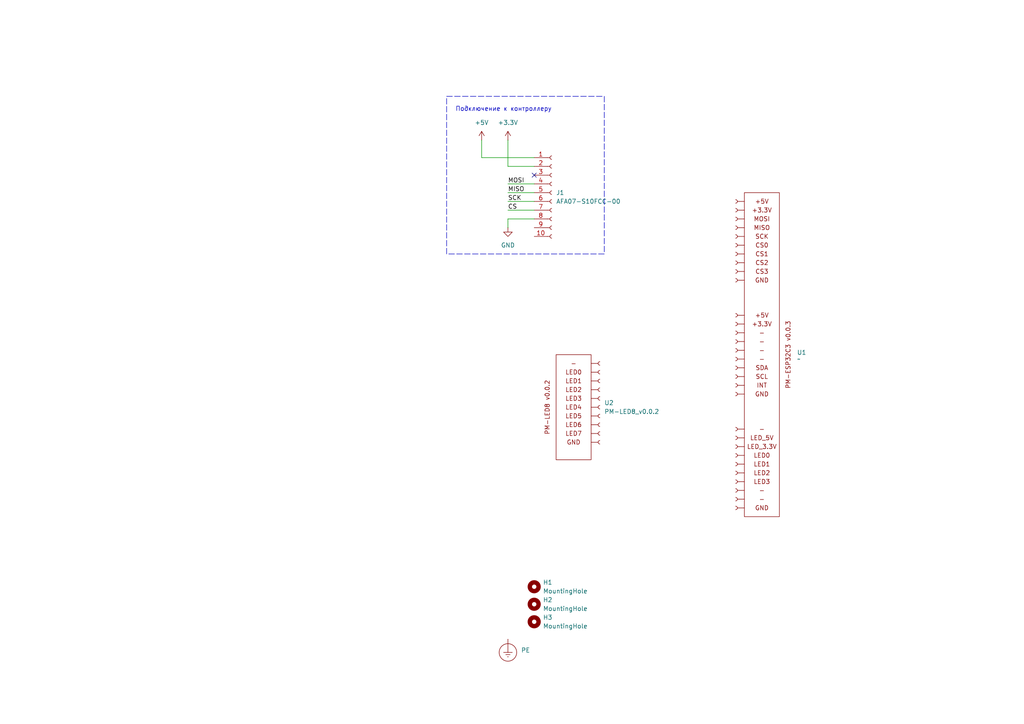
<source format=kicad_sch>
(kicad_sch (version 20231120) (generator "eeschema") (generator_version "8.0")
  (paper "A4")
  (title_block (title "${article} v${version}"))
  (lib_symbols
    (symbol "Mechanical:MountingHole" (pin_names (offset 1.016)) (exclude_from_sim yes) (in_bom no)
      (property "Reference" "H" (at 0 5.08 0))
      (property "Value" "MountingHole" (at 0 3.175 0))
      (symbol "MountingHole_0_1"
        (circle (center 0 0) (radius 1.27) (stroke (width 1.27)))
      )
    )
    (symbol "kicad_inventree_lib:AFA07-S10FCC-00" (pin_names (offset 1.016) hide)
      (property "Reference" "J" (at 0 12.7 0))
      (property "Value" "AFA07-S10FCC-00" (at 0 -15.24 0))
      (symbol "AFA07-S10FCC-00_1_1"
        (arc (start 0 -12.192) (mid -0.5058 -12.7) (end 0 -13.208) (stroke (width 0.1524)))
        (arc (start 0 -9.652) (mid -0.5058 -10.16) (end 0 -10.668) (stroke (width 0.1524)))
        (arc (start 0 -7.112) (mid -0.5058 -7.62) (end 0 -8.128) (stroke (width 0.1524)))
        (arc (start 0 -4.572) (mid -0.5058 -5.08) (end 0 -5.588) (stroke (width 0.1524)))
        (arc (start 0 -2.032) (mid -0.5058 -2.54) (end 0 -3.048) (stroke (width 0.1524)))
        (polyline (pts (xy -1.27 -12.7) (xy -0.508 -12.7)) (stroke (width 0.1524)))
        (polyline (pts (xy -1.27 -10.16) (xy -0.508 -10.16)) (stroke (width 0.1524)))
        (polyline (pts (xy -1.27 -7.62) (xy -0.508 -7.62)) (stroke (width 0.1524)))
        (polyline (pts (xy -1.27 -5.08) (xy -0.508 -5.08)) (stroke (width 0.1524)))
        (polyline (pts (xy -1.27 -2.54) (xy -0.508 -2.54)) (stroke (width 0.1524)))
        (polyline (pts (xy -1.27 0) (xy -0.508 0)) (stroke (width 0.1524)))
        (polyline (pts (xy -1.27 2.54) (xy -0.508 2.54)) (stroke (width 0.1524)))
        (polyline (pts (xy -1.27 5.08) (xy -0.508 5.08)) (stroke (width 0.1524)))
        (polyline (pts (xy -1.27 7.62) (xy -0.508 7.62)) (stroke (width 0.1524)))
        (polyline (pts (xy -1.27 10.16) (xy -0.508 10.16)) (stroke (width 0.1524)))
        (arc (start 0 0.508) (mid -0.5058 0) (end 0 -0.508) (stroke (width 0.1524)))
        (arc (start 0 3.048) (mid -0.5058 2.54) (end 0 2.032) (stroke (width 0.1524)))
        (arc (start 0 5.588) (mid -0.5058 5.08) (end 0 4.572) (stroke (width 0.1524)))
        (arc (start 0 8.128) (mid -0.5058 7.62) (end 0 7.112) (stroke (width 0.1524)))
        (arc (start 0 10.668) (mid -0.5058 10.16) (end 0 9.652) (stroke (width 0.1524)))
        (pin passive line (at -5.08 10.16 0) (length 3.81) (name "Pin_1") (number "1"))
        (pin passive line (at -5.08 -12.7 0) (length 3.81) (name "Pin_10") (number "10"))
        (pin passive line (at -5.08 7.62 0) (length 3.81) (name "Pin_2") (number "2"))
        (pin passive line (at -5.08 5.08 0) (length 3.81) (name "Pin_3") (number "3"))
        (pin passive line (at -5.08 2.54 0) (length 3.81) (name "Pin_4") (number "4"))
        (pin passive line (at -5.08 0 0) (length 3.81) (name "Pin_5") (number "5"))
        (pin passive line (at -5.08 -2.54 0) (length 3.81) (name "Pin_6") (number "6"))
        (pin passive line (at -5.08 -5.08 0) (length 3.81) (name "Pin_7") (number "7"))
        (pin passive line (at -5.08 -7.62 0) (length 3.81) (name "Pin_8") (number "8"))
        (pin passive line (at -5.08 -10.16 0) (length 3.81) (name "Pin_9") (number "9"))
      )
    )
    (symbol "kicad_inventree_lib:PE" (pin_numbers hide) (pin_names (offset 0) hide) (in_bom no)
      (property "Value" "PE" (at 0 -7.62 0))
      (symbol "PE_0_1"
        (circle (center 0 -3.81) (radius 2.54))
        (polyline (pts (xy -0.635 -4.445) (xy 0.635 -4.445)))
        (polyline (pts (xy -0.127 -5.08) (xy 0.127 -5.08)))
        (polyline (pts (xy 0 -3.81) (xy 0 0)))
        (polyline (pts (xy 1.27 -3.81) (xy -1.27 -3.81)))
      )
      (symbol "PE_1_1"
        (pin power_in line (at 0 0 270) (length 0) (name "~") (number "1"))
      )
    )
    (symbol "kicad_inventree_lib:PM-ESP32C3_v0.0.3"
      (property "Reference" "U" (at 10.16 -49.53 0))
      (symbol "PM-ESP32C3_v0.0.3_0_1"
        (rectangle (start -5.08 -2.54) (end 5.08 -96.52))
      )
      (symbol "PM-ESP32C3_v0.0.3_1_1"
        (arc (start -7.6178 -94.488) (mid -7.112 -93.98) (end -7.6178 -93.472) (stroke (width 0.1524)))
        (arc (start -7.6178 -91.948) (mid -7.112 -91.44) (end -7.6178 -90.932) (stroke (width 0.1524)))
        (arc (start -7.6178 -89.408) (mid -7.112 -88.9) (end -7.6178 -88.392) (stroke (width 0.1524)))
        (arc (start -7.6178 -86.868) (mid -7.112 -86.36) (end -7.6178 -85.852) (stroke (width 0.1524)))
        (arc (start -7.6178 -84.328) (mid -7.112 -83.82) (end -7.6178 -83.312) (stroke (width 0.1524)))
        (arc (start -7.6178 -81.788) (mid -7.112 -81.28) (end -7.6178 -80.772) (stroke (width 0.1524)))
        (arc (start -7.6178 -79.248) (mid -7.112 -78.74) (end -7.6178 -78.232) (stroke (width 0.1524)))
        (arc (start -7.6178 -76.708) (mid -7.112 -76.2) (end -7.6178 -75.692) (stroke (width 0.1524)))
        (arc (start -7.6178 -74.168) (mid -7.112 -73.66) (end -7.6178 -73.152) (stroke (width 0.1524)))
        (arc (start -7.6178 -71.628) (mid -7.112 -71.12) (end -7.6178 -70.612) (stroke (width 0.1524)))
        (arc (start -7.6178 -61.468) (mid -7.112 -60.96) (end -7.6178 -60.452) (stroke (width 0.1524)))
        (arc (start -7.6178 -58.928) (mid -7.112 -58.42) (end -7.6178 -57.912) (stroke (width 0.1524)))
        (arc (start -7.6178 -56.388) (mid -7.112 -55.88) (end -7.6178 -55.372) (stroke (width 0.1524)))
        (arc (start -7.6178 -53.848) (mid -7.112 -53.34) (end -7.6178 -52.832) (stroke (width 0.1524)))
        (arc (start -7.6178 -51.308) (mid -7.112 -50.8) (end -7.6178 -50.292) (stroke (width 0.1524)))
        (arc (start -7.6178 -48.768) (mid -7.112 -48.26) (end -7.6178 -47.752) (stroke (width 0.1524)))
        (arc (start -7.6178 -46.228) (mid -7.112 -45.72) (end -7.6178 -45.212) (stroke (width 0.1524)))
        (arc (start -7.6178 -43.688) (mid -7.112 -43.18) (end -7.6178 -42.672) (stroke (width 0.1524)))
        (arc (start -7.6178 -41.148) (mid -7.112 -40.64) (end -7.6178 -40.132) (stroke (width 0.1524)))
        (arc (start -7.6178 -38.608) (mid -7.112 -38.1) (end -7.6178 -37.592) (stroke (width 0.1524)))
        (arc (start -7.6178 -28.448) (mid -7.112 -27.94) (end -7.6178 -27.432) (stroke (width 0.1524)))
        (arc (start -7.6178 -25.908) (mid -7.112 -25.4) (end -7.6178 -24.892) (stroke (width 0.1524)))
        (arc (start -7.6178 -23.368) (mid -7.112 -22.86) (end -7.6178 -22.352) (stroke (width 0.1524)))
        (arc (start -7.6178 -20.828) (mid -7.112 -20.32) (end -7.6178 -19.812) (stroke (width 0.1524)))
        (arc (start -7.6178 -18.288) (mid -7.112 -17.78) (end -7.6178 -17.272) (stroke (width 0.1524)))
        (arc (start -7.6178 -15.748) (mid -7.112 -15.24) (end -7.6178 -14.732) (stroke (width 0.1524)))
        (arc (start -7.6178 -13.208) (mid -7.112 -12.7) (end -7.6178 -12.192) (stroke (width 0.1524)))
        (arc (start -7.6178 -10.668) (mid -7.112 -10.16) (end -7.6178 -9.652) (stroke (width 0.1524)))
        (arc (start -7.6178 -8.128) (mid -7.112 -7.62) (end -7.6178 -7.112) (stroke (width 0.1524)))
        (arc (start -7.6178 -5.588) (mid -7.112 -5.08) (end -7.6178 -4.572) (stroke (width 0.1524)))
        (polyline (pts (xy -5.08 -93.98) (xy -7.1098 -93.98)) (stroke (width 0.1524)))
        (polyline (pts (xy -5.08 -91.44) (xy -7.1098 -91.44)) (stroke (width 0.1524)))
        (polyline (pts (xy -5.08 -88.9) (xy -7.1098 -88.9)) (stroke (width 0.1524)))
        (polyline (pts (xy -5.08 -86.36) (xy -7.1098 -86.36)) (stroke (width 0.1524)))
        (polyline (pts (xy -5.08 -83.82) (xy -7.1098 -83.82)) (stroke (width 0.1524)))
        (polyline (pts (xy -5.08 -81.28) (xy -7.1098 -81.28)) (stroke (width 0.1524)))
        (polyline (pts (xy -5.08 -78.74) (xy -7.1098 -78.74)) (stroke (width 0.1524)))
        (polyline (pts (xy -5.08 -76.2) (xy -7.1098 -76.2)) (stroke (width 0.1524)))
        (polyline (pts (xy -5.08 -73.66) (xy -7.1098 -73.66)) (stroke (width 0.1524)))
        (polyline (pts (xy -5.08 -71.12) (xy -7.1098 -71.12)) (stroke (width 0.1524)))
        (polyline (pts (xy -5.08 -60.96) (xy -7.1098 -60.96)) (stroke (width 0.1524)))
        (polyline (pts (xy -5.08 -58.42) (xy -7.1098 -58.42)) (stroke (width 0.1524)))
        (polyline (pts (xy -5.08 -55.88) (xy -7.1098 -55.88)) (stroke (width 0.1524)))
        (polyline (pts (xy -5.08 -53.34) (xy -7.1098 -53.34)) (stroke (width 0.1524)))
        (polyline (pts (xy -5.08 -50.8) (xy -7.1098 -50.8)) (stroke (width 0.1524)))
        (polyline (pts (xy -5.08 -48.26) (xy -7.1098 -48.26)) (stroke (width 0.1524)))
        (polyline (pts (xy -5.08 -45.72) (xy -7.1098 -45.72)) (stroke (width 0.1524)))
        (polyline (pts (xy -5.08 -43.18) (xy -7.1098 -43.18)) (stroke (width 0.1524)))
        (polyline (pts (xy -5.08 -40.64) (xy -7.1098 -40.64)) (stroke (width 0.1524)))
        (polyline (pts (xy -5.08 -38.1) (xy -7.1098 -38.1)) (stroke (width 0.1524)))
        (polyline (pts (xy -5.08 -27.94) (xy -7.1098 -27.94)) (stroke (width 0.1524)))
        (polyline (pts (xy -5.08 -25.4) (xy -7.1098 -25.4)) (stroke (width 0.1524)))
        (polyline (pts (xy -5.08 -22.86) (xy -7.1098 -22.86)) (stroke (width 0.1524)))
        (polyline (pts (xy -5.08 -20.32) (xy -7.1098 -20.32)) (stroke (width 0.1524)))
        (polyline (pts (xy -5.08 -17.78) (xy -7.1098 -17.78)) (stroke (width 0.1524)))
        (polyline (pts (xy -5.08 -15.24) (xy -7.1098 -15.24)) (stroke (width 0.1524)))
        (polyline (pts (xy -5.08 -12.7) (xy -7.1098 -12.7)) (stroke (width 0.1524)))
        (polyline (pts (xy -5.08 -10.16) (xy -7.1098 -10.16)) (stroke (width 0.1524)))
        (polyline (pts (xy -5.08 -7.62) (xy -7.1098 -7.62)) (stroke (width 0.1524)))
        (polyline (pts (xy -5.08 -5.08) (xy -7.1098 -5.08)) (stroke (width 0.1524)))
        (text "+3.3V" (at 0 -40.64 0) (effects (font (size 1.27 1.27))))
        (text "+3.3V" (at 0 -7.62 0) (effects (font (size 1.27 1.27))))
        (text "+5V" (at 0 -38.1 0) (effects (font (size 1.27 1.27))))
        (text "+5V" (at 0 -5.08 0) (effects (font (size 1.27 1.27))))
        (text "-" (at 0 -91.44 0) (effects (font (size 1.27 1.27))))
        (text "-" (at 0 -88.9 0) (effects (font (size 1.27 1.27))))
        (text "-" (at 0 -71.12 0) (effects (font (size 1.27 1.27))))
        (text "-" (at 0 -50.8 0) (effects (font (size 1.27 1.27))))
        (text "-" (at 0 -48.26 0) (effects (font (size 1.27 1.27))))
        (text "-" (at 0 -45.72 0) (effects (font (size 1.27 1.27))))
        (text "-" (at 0 -43.18 0) (effects (font (size 1.27 1.27))))
        (text "CS0" (at 0 -17.78 0) (effects (font (size 1.27 1.27))))
        (text "CS1" (at 0 -20.32 0) (effects (font (size 1.27 1.27))))
        (text "CS2" (at 0 -22.86 0) (effects (font (size 1.27 1.27))))
        (text "CS3" (at 0 -25.4 0) (effects (font (size 1.27 1.27))))
        (text "GND" (at 0 -93.98 0) (effects (font (size 1.27 1.27))))
        (text "GND" (at 0 -60.96 0) (effects (font (size 1.27 1.27))))
        (text "GND" (at 0 -27.94 0) (effects (font (size 1.27 1.27))))
        (text "INT" (at 0 -58.42 0) (effects (font (size 1.27 1.27))))
        (text "LED0" (at 0 -78.74 0) (effects (font (size 1.27 1.27))))
        (text "LED1" (at 0 -81.28 0) (effects (font (size 1.27 1.27))))
        (text "LED2" (at 0 -83.82 0) (effects (font (size 1.27 1.27))))
        (text "LED3" (at 0 -86.36 0) (effects (font (size 1.27 1.27))))
        (text "LED_3.3V" (at 0 -76.2 0) (effects (font (size 1.27 1.27))))
        (text "LED_5V" (at 0 -73.66 0) (effects (font (size 1.27 1.27))))
        (text "MISO" (at 0 -12.7 0) (effects (font (size 1.27 1.27))))
        (text "MOSI" (at 0 -10.16 0) (effects (font (size 1.27 1.27))))
        (text "PM-ESP32C3 v0.0.3" (at 7.62 -49.53 900) (effects (font (size 1.27 1.27))))
        (text "SCK" (at 0 -15.24 0) (effects (font (size 1.27 1.27))))
        (text "SCL" (at 0 -55.88 0) (effects (font (size 1.27 1.27))))
        (text "SDA" (at 0 -53.34 0) (effects (font (size 1.27 1.27))))
      )
    )
    (symbol "kicad_inventree_lib:PM-LED8_v0.0.2"
      (property "Reference" "U" (at 0 2.54 0))
      (property "Value" "PM-LED8_v0.0.2" (at 0 0 0))
      (symbol "PM-LED8_v0.0.2_0_1"
        (rectangle (start -5.08 -2.54) (end 5.08 -33.02))
      )
      (symbol "PM-LED8_v0.0.2_1_1"
        (polyline (pts (xy 5.08 -27.94) (xy 7.1098 -27.94)) (stroke (width 0.1524)))
        (polyline (pts (xy 5.08 -25.4) (xy 7.1098 -25.4)) (stroke (width 0.1524)))
        (polyline (pts (xy 5.08 -22.86) (xy 7.1098 -22.86)) (stroke (width 0.1524)))
        (polyline (pts (xy 5.08 -20.32) (xy 7.1098 -20.32)) (stroke (width 0.1524)))
        (polyline (pts (xy 5.08 -17.78) (xy 7.1098 -17.78)) (stroke (width 0.1524)))
        (polyline (pts (xy 5.08 -15.24) (xy 7.1098 -15.24)) (stroke (width 0.1524)))
        (polyline (pts (xy 5.08 -12.7) (xy 7.1098 -12.7)) (stroke (width 0.1524)))
        (polyline (pts (xy 5.08 -10.16) (xy 7.1098 -10.16)) (stroke (width 0.1524)))
        (polyline (pts (xy 5.08 -7.62) (xy 7.1098 -7.62)) (stroke (width 0.1524)))
        (polyline (pts (xy 5.08 -5.08) (xy 7.1098 -5.08)) (stroke (width 0.1524)))
        (arc (start 7.6178 -27.432) (mid 7.112 -27.94) (end 7.6178 -28.448) (stroke (width 0.1524)))
        (arc (start 7.6178 -24.892) (mid 7.112 -25.4) (end 7.6178 -25.908) (stroke (width 0.1524)))
        (arc (start 7.6178 -22.352) (mid 7.112 -22.86) (end 7.6178 -23.368) (stroke (width 0.1524)))
        (arc (start 7.6178 -19.812) (mid 7.112 -20.32) (end 7.6178 -20.828) (stroke (width 0.1524)))
        (arc (start 7.6178 -17.272) (mid 7.112 -17.78) (end 7.6178 -18.288) (stroke (width 0.1524)))
        (arc (start 7.6178 -14.732) (mid 7.112 -15.24) (end 7.6178 -15.748) (stroke (width 0.1524)))
        (arc (start 7.6178 -12.192) (mid 7.112 -12.7) (end 7.6178 -13.208) (stroke (width 0.1524)))
        (arc (start 7.6178 -9.652) (mid 7.112 -10.16) (end 7.6178 -10.668) (stroke (width 0.1524)))
        (arc (start 7.6178 -7.112) (mid 7.112 -7.62) (end 7.6178 -8.128) (stroke (width 0.1524)))
        (arc (start 7.6178 -4.572) (mid 7.112 -5.08) (end 7.6178 -5.588) (stroke (width 0.1524)))
        (text "-" (at 0 -5.08 0) (effects (font (size 1.27 1.27))))
        (text "GND" (at 0 -27.94 0) (effects (font (size 1.27 1.27))))
        (text "LED0" (at 0 -7.62 0) (effects (font (size 1.27 1.27))))
        (text "LED1" (at 0 -10.16 0) (effects (font (size 1.27 1.27))))
        (text "LED2" (at 0 -12.7 0) (effects (font (size 1.27 1.27))))
        (text "LED3" (at 0 -15.24 0) (effects (font (size 1.27 1.27))))
        (text "LED4" (at 0 -17.78 0) (effects (font (size 1.27 1.27))))
        (text "LED5" (at 0 -20.32 0) (effects (font (size 1.27 1.27))))
        (text "LED6" (at 0 -22.86 0) (effects (font (size 1.27 1.27))))
        (text "LED7" (at 0 -25.4 0) (effects (font (size 1.27 1.27))))
        (text "PM-LED8 v0.0.2" (at -7.62 -17.78 900) (effects (font (size 1.27 1.27))))
      )
    )
    (symbol "power:+3.3V" (power) (pin_numbers hide) (pin_names (offset 0) hide)
      (property "Value" "+3.3V" (at 0 3.556 0))
      (symbol "+3.3V_0_1"
        (polyline (pts (xy -0.762 1.27) (xy 0 2.54)))
        (polyline (pts (xy 0 0) (xy 0 2.54)))
        (polyline (pts (xy 0 2.54) (xy 0.762 1.27)))
      )
      (symbol "+3.3V_1_1"
        (pin power_in line (at 0 0 90) (length 0) (name "~") (number "1"))
      )
    )
    (symbol "power:+5V" (power) (pin_numbers hide) (pin_names (offset 0) hide)
      (property "Value" "+5V" (at 0 3.556 0))
      (symbol "+5V_0_1"
        (polyline (pts (xy -0.762 1.27) (xy 0 2.54)))
        (polyline (pts (xy 0 0) (xy 0 2.54)))
        (polyline (pts (xy 0 2.54) (xy 0.762 1.27)))
      )
      (symbol "+5V_1_1"
        (pin power_in line (at 0 0 90) (length 0) (name "~") (number "1"))
      )
    )
    (symbol "power:GND" (power) (pin_numbers hide) (pin_names (offset 0) hide)
      (property "Value" "GND" (at 0 -3.81 0))
      (symbol "GND_0_1"
        (polyline (pts (xy 0 0) (xy 0 -1.27) (xy 1.27 -1.27) (xy 0 -2.54) (xy -1.27 -1.27) (xy 0 -1.27)))
      )
      (symbol "GND_1_1"
        (pin power_in line (at 0 0 270) (length 0) (name "~") (number "1"))
      )
    )
  )
  (no_connect (at 154.94 50.8))
  (wire (pts (xy 147.32 53.34) (xy 154.94 53.34)))
  (wire (pts (xy 147.32 60.96) (xy 154.94 60.96)))
  (wire (pts (xy 147.32 66.04) (xy 147.32 63.5)))
  (wire (pts (xy 147.32 40.64) (xy 147.32 48.26)))
  (wire (pts (xy 147.32 63.5) (xy 154.94 63.5)))
  (wire (pts (xy 139.7 45.72) (xy 154.94 45.72)))
  (wire (pts (xy 139.7 40.64) (xy 139.7 45.72)))
  (wire (pts (xy 147.32 55.88) (xy 154.94 55.88)))
  (wire (pts (xy 147.32 48.26) (xy 154.94 48.26)))
  (wire (pts (xy 147.32 58.42) (xy 154.94 58.42)))
  (rectangle (start 129.54 27.94) (end 175.26 73.66) (stroke (width 0) (type dash)))
  (text "Подключение к контроллеру" (at 132.08 30.988 0) (effects (font (size 1.27 1.27)) (justify left top)))
  (label "MOSI" (at 147.32 53.34 0))
  (label "MISO" (at 147.32 55.88 0))
  (label "CS" (at 147.32 60.96 0))
  (label "SCK" (at 147.32 58.42 0))
  (symbol (lib_id "Mechanical:MountingHole") (at 154.94 170.18 0) (unit 1) (exclude_from_sim yes) (in_bom no)
    (property "Reference" "H1" (at 157.48 168.9099 0) (effects (justify left)))
    (property "Value" "MountingHole" (at 157.48 171.4499 0) (effects (justify left)))
    (property "Footprint" "MountingHole:MountingHole_3.2mm_M3" (effects (hide yes)))
    (property "Description" "Mounting Hole without connection" (effects (hide yes)))
  )
  (symbol (lib_id "Mechanical:MountingHole") (at 154.94 180.34 0) (unit 1) (exclude_from_sim yes) (in_bom no)
    (property "Reference" "H3" (at 157.48 179.0699 0) (effects (justify left)))
    (property "Value" "MountingHole" (at 157.48 181.6099 0) (effects (justify left)))
    (property "Footprint" "MountingHole:MountingHole_3.2mm_M3" (effects (hide yes)))
    (property "Description" "Mounting Hole without connection" (effects (hide yes)))
  )
  (symbol (lib_id "power:+3.3V") (at 147.32 40.64 0) (unit 1)
    (property "Reference" "#PWR02" (effects (hide yes)))
    (property "Value" "+3.3V" (at 147.32 35.56 0))
    (property "Description" "Power symbol creates a global label with name \"+3.3V\"" (effects (hide yes)))
  )
  (symbol (lib_id "kicad_inventree_lib:PM-ESP32C3_v0.0.3") (at 220.98 53.34 0) (unit 1)
    (property "Reference" "U1" (at 231.14 102.2349 0) (effects (justify left)))
    (property "Value" "~" (at 231.14 104.14 0) (effects (justify left)))
    (property "Footprint" "kicad_inventree_lib:PM-ESP32C3_v0.0.3" (effects (hide yes)))
    (property "part_ipn" "PM-ESP32C3_v0.0.3" (effects (hide yes)))
  )
  (symbol (lib_id "power:+5V") (at 139.7 40.64 0) (unit 1)
    (property "Reference" "#PWR01" (effects (hide yes)))
    (property "Value" "+5V" (at 139.7 35.56 0))
    (property "Description" "Power symbol creates a global label with name \"+5V\"" (effects (hide yes)))
  )
  (symbol (lib_id "kicad_inventree_lib:PM-LED8_v0.0.2") (at 166.37 100.33 0) (unit 1)
    (property "Reference" "U2" (at 175.26 116.8399 0) (effects (justify left)))
    (property "Value" "PM-LED8_v0.0.2" (at 175.26 119.3799 0) (effects (justify left)))
    (property "Footprint" "kicad_inventree_lib:PM-LED_v0.0.2" (effects (hide yes)))
    (property "part_ipn" "PM-LED8_v0.0.1" (effects (hide yes)))
  )
  (symbol (lib_id "kicad_inventree_lib:AFA07-S10FCC-00") (at 160.02 55.88 0) (unit 1)
    (property "Reference" "J1" (at 161.29 55.8799 0) (effects (justify left)))
    (property "Value" "AFA07-S10FCC-00" (at 161.29 58.4199 0) (effects (justify left)))
    (property "Footprint" "kicad_inventree_lib:CONN10_AFA07-S10_JUS" (effects (hide yes)))
    (property "Datasheet" "http://inventree.network/part/170/" (effects (hide yes)))
    (property "Description" "Generic connector, single row, 01x10, script generated" (effects (hide yes)))
    (property "part_ipn" "AFA07-S10FCC-00" (effects (hide yes)))
  )
  (symbol (lib_id "Mechanical:MountingHole") (at 154.94 175.26 0) (unit 1) (exclude_from_sim yes) (in_bom no)
    (property "Reference" "H2" (at 157.48 173.9899 0) (effects (justify left)))
    (property "Value" "MountingHole" (at 157.48 176.5299 0) (effects (justify left)))
    (property "Footprint" "MountingHole:MountingHole_3.2mm_M3" (effects (hide yes)))
    (property "Description" "Mounting Hole without connection" (effects (hide yes)))
  )
  (symbol (lib_id "kicad_inventree_lib:PE") (at 147.32 185.42 0) (unit 1) (in_bom no)
    (property "Reference" "PE1" (effects (hide yes)))
    (property "Value" "PE" (at 151.13 188.5949 0) (effects (justify left)))
    (property "Footprint" "kicad_inventree_lib:PE" (effects (hide yes)))
    (property "Description" "Power symbol creates a global label with name \"Earth_Protective\"" (effects (hide yes)))
  )
  (symbol (lib_id "power:GND") (at 147.32 66.04 0) (unit 1)
    (property "Reference" "#PWR03" (effects (hide yes)))
    (property "Value" "GND" (at 147.32 71.12 0))
    (property "Description" "Power symbol creates a global label with name \"GND\" , ground" (effects (hide yes)))
  )
)
</source>
